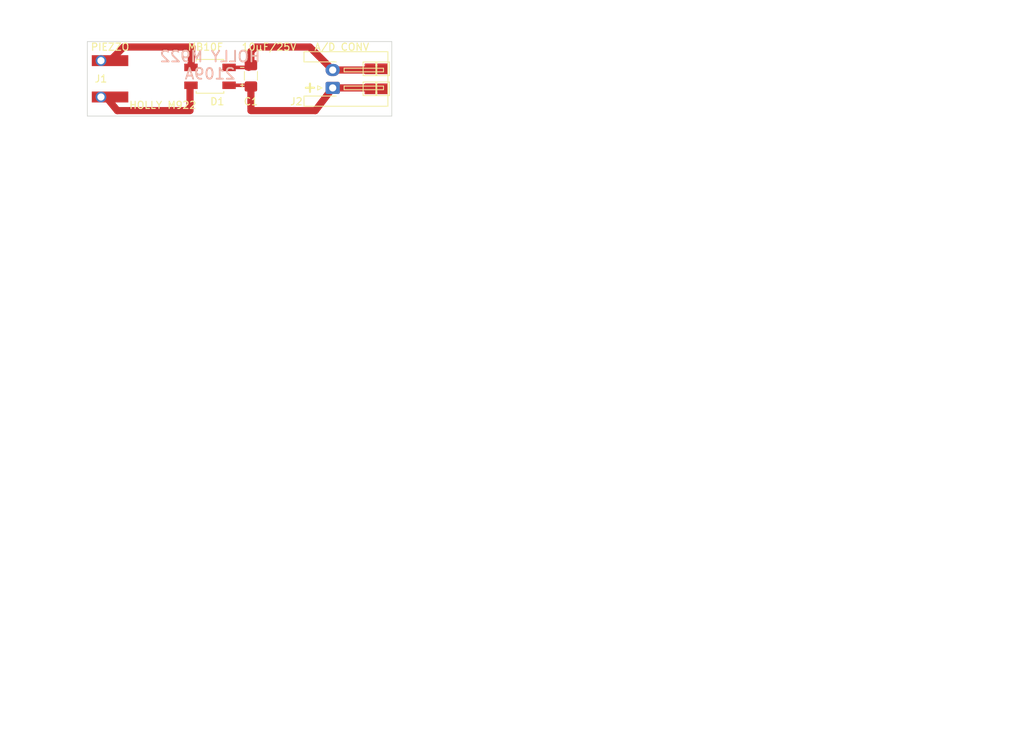
<source format=kicad_pcb>
(kicad_pcb (version 20171130) (host pcbnew 5.1.6-c6e7f7d~87~ubuntu18.04.1)

  (general
    (thickness 1.6)
    (drawings 9)
    (tracks 22)
    (zones 0)
    (modules 13)
    (nets 5)
  )

  (page A4)
  (layers
    (0 F.Cu signal)
    (31 B.Cu signal)
    (32 B.Adhes user hide)
    (33 F.Adhes user hide)
    (34 B.Paste user)
    (35 F.Paste user)
    (36 B.SilkS user)
    (37 F.SilkS user)
    (38 B.Mask user)
    (39 F.Mask user)
    (40 Dwgs.User user)
    (41 Cmts.User user)
    (42 Eco1.User user)
    (43 Eco2.User user)
    (44 Edge.Cuts user)
    (45 Margin user hide)
    (46 B.CrtYd user hide)
    (47 F.CrtYd user hide)
    (48 B.Fab user)
    (49 F.Fab user)
  )

  (setup
    (last_trace_width 0.25)
    (user_trace_width 0.5)
    (user_trace_width 1)
    (trace_clearance 0.2)
    (zone_clearance 0.508)
    (zone_45_only no)
    (trace_min 0.2)
    (via_size 0.8)
    (via_drill 0.4)
    (via_min_size 0.4)
    (via_min_drill 0.3)
    (uvia_size 0.3)
    (uvia_drill 0.1)
    (uvias_allowed no)
    (uvia_min_size 0.2)
    (uvia_min_drill 0.1)
    (edge_width 0.1)
    (segment_width 0.2)
    (pcb_text_width 0.3)
    (pcb_text_size 1.5 1.5)
    (mod_edge_width 0.15)
    (mod_text_size 1 1)
    (mod_text_width 0.15)
    (pad_size 1.5 1.5)
    (pad_drill 1)
    (pad_to_mask_clearance 0)
    (aux_axis_origin 0 0)
    (visible_elements FFFFF77F)
    (pcbplotparams
      (layerselection 0x010fc_ffffffff)
      (usegerberextensions false)
      (usegerberattributes true)
      (usegerberadvancedattributes true)
      (creategerberjobfile true)
      (excludeedgelayer true)
      (linewidth 0.100000)
      (plotframeref false)
      (viasonmask false)
      (mode 1)
      (useauxorigin false)
      (hpglpennumber 1)
      (hpglpenspeed 20)
      (hpglpendiameter 15.000000)
      (psnegative false)
      (psa4output false)
      (plotreference true)
      (plotvalue true)
      (plotinvisibletext false)
      (padsonsilk false)
      (subtractmaskfromsilk false)
      (outputformat 1)
      (mirror false)
      (drillshape 0)
      (scaleselection 1)
      (outputdirectory "CAMOUT/"))
  )

  (net 0 "")
  (net 1 "Net-(C1-Pad1)")
  (net 2 "Net-(D1-Pad2)")
  (net 3 "Net-(D1-Pad4)")
  (net 4 "Net-(C1-Pad2)")

  (net_class Default "This is the default net class."
    (clearance 0.2)
    (trace_width 0.25)
    (via_dia 0.8)
    (via_drill 0.4)
    (uvia_dia 0.3)
    (uvia_drill 0.1)
    (add_net "Net-(C1-Pad1)")
    (add_net "Net-(C1-Pad2)")
    (add_net "Net-(D1-Pad2)")
    (add_net "Net-(D1-Pad4)")
  )

  (module TestPoint:TestPoint_Pad_1.5x1.5mm (layer F.Cu) (tedit 6146BA67) (tstamp 6146BD8B)
    (at 151.892 84.328)
    (descr "SMD rectangular pad as test Point, square 1.5mm side length")
    (tags "test point SMD pad rectangle square")
    (attr virtual)
    (fp_text reference REF** (at 0 -1.648) (layer F.SilkS) hide
      (effects (font (size 1 1) (thickness 0.15)))
    )
    (fp_text value TestPoint_Pad_1.5x1.5mm (at 0 1.75) (layer F.Fab) hide
      (effects (font (size 1 1) (thickness 0.15)))
    )
    (fp_text user %R (at 0 -1.65) (layer F.Fab) hide
      (effects (font (size 1 1) (thickness 0.15)))
    )
    (fp_line (start -0.95 -0.95) (end 0.95 -0.95) (layer F.SilkS) (width 0.12))
    (fp_line (start 0.95 -0.95) (end 0.95 0.95) (layer F.SilkS) (width 0.12))
    (fp_line (start 0.95 0.95) (end -0.95 0.95) (layer F.SilkS) (width 0.12))
    (fp_line (start -0.95 0.95) (end -0.95 -0.95) (layer F.SilkS) (width 0.12))
    (fp_line (start -1.25 -1.25) (end 1.25 -1.25) (layer F.CrtYd) (width 0.05))
    (fp_line (start -1.25 -1.25) (end -1.25 1.25) (layer F.CrtYd) (width 0.05))
    (fp_line (start 1.25 1.25) (end 1.25 -1.25) (layer F.CrtYd) (width 0.05))
    (fp_line (start 1.25 1.25) (end -1.25 1.25) (layer F.CrtYd) (width 0.05))
    (pad 1 smd rect (at 0 0) (size 1.5 1.5) (layers F.Cu F.Mask)
      (net 4 "Net-(C1-Pad2)"))
  )

  (module TestPoint:TestPoint_Pad_1.5x1.5mm (layer F.Cu) (tedit 6146BA6F) (tstamp 6146BD63)
    (at 153.67 84.328)
    (descr "SMD rectangular pad as test Point, square 1.5mm side length")
    (tags "test point SMD pad rectangle square")
    (attr virtual)
    (fp_text reference REF** (at 0 -1.648) (layer F.SilkS) hide
      (effects (font (size 1 1) (thickness 0.15)))
    )
    (fp_text value TestPoint_Pad_1.5x1.5mm (at 0 1.75) (layer F.Fab) hide
      (effects (font (size 1 1) (thickness 0.15)))
    )
    (fp_text user %R (at 0 -1.65) (layer F.Fab) hide
      (effects (font (size 1 1) (thickness 0.15)))
    )
    (fp_line (start -0.95 -0.95) (end 0.95 -0.95) (layer F.SilkS) (width 0.12))
    (fp_line (start 0.95 -0.95) (end 0.95 0.95) (layer F.SilkS) (width 0.12))
    (fp_line (start 0.95 0.95) (end -0.95 0.95) (layer F.SilkS) (width 0.12))
    (fp_line (start -0.95 0.95) (end -0.95 -0.95) (layer F.SilkS) (width 0.12))
    (fp_line (start -1.25 -1.25) (end 1.25 -1.25) (layer F.CrtYd) (width 0.05))
    (fp_line (start -1.25 -1.25) (end -1.25 1.25) (layer F.CrtYd) (width 0.05))
    (fp_line (start 1.25 1.25) (end 1.25 -1.25) (layer F.CrtYd) (width 0.05))
    (fp_line (start 1.25 1.25) (end -1.25 1.25) (layer F.CrtYd) (width 0.05))
    (pad 1 smd rect (at 0 0) (size 1.5 1.5) (layers F.Cu F.Mask)
      (net 4 "Net-(C1-Pad2)"))
  )

  (module TestPoint:TestPoint_Pad_1.5x1.5mm (layer F.Cu) (tedit 6146BA5A) (tstamp 6146BD3B)
    (at 153.67 87.122)
    (descr "SMD rectangular pad as test Point, square 1.5mm side length")
    (tags "test point SMD pad rectangle square")
    (attr virtual)
    (fp_text reference REF** (at 0 -1.648) (layer F.SilkS) hide
      (effects (font (size 1 1) (thickness 0.15)))
    )
    (fp_text value TestPoint_Pad_1.5x1.5mm (at 0 1.75) (layer F.Fab) hide
      (effects (font (size 1 1) (thickness 0.15)))
    )
    (fp_text user %R (at 0 -1.65) (layer F.Fab) hide
      (effects (font (size 1 1) (thickness 0.15)))
    )
    (fp_line (start -0.95 -0.95) (end 0.95 -0.95) (layer F.SilkS) (width 0.12))
    (fp_line (start 0.95 -0.95) (end 0.95 0.95) (layer F.SilkS) (width 0.12))
    (fp_line (start 0.95 0.95) (end -0.95 0.95) (layer F.SilkS) (width 0.12))
    (fp_line (start -0.95 0.95) (end -0.95 -0.95) (layer F.SilkS) (width 0.12))
    (fp_line (start -1.25 -1.25) (end 1.25 -1.25) (layer F.CrtYd) (width 0.05))
    (fp_line (start -1.25 -1.25) (end -1.25 1.25) (layer F.CrtYd) (width 0.05))
    (fp_line (start 1.25 1.25) (end 1.25 -1.25) (layer F.CrtYd) (width 0.05))
    (fp_line (start 1.25 1.25) (end -1.25 1.25) (layer F.CrtYd) (width 0.05))
    (pad 1 smd rect (at 0 0) (size 1.5 1.5) (layers F.Cu F.Mask)
      (net 1 "Net-(C1-Pad1)"))
  )

  (module TestPoint:TestPoint_Pad_1.5x1.5mm (layer F.Cu) (tedit 6146BA53) (tstamp 6146BD13)
    (at 151.892 87.122)
    (descr "SMD rectangular pad as test Point, square 1.5mm side length")
    (tags "test point SMD pad rectangle square")
    (attr virtual)
    (fp_text reference TP1 (at 0 -1.648) (layer F.SilkS) hide
      (effects (font (size 1 1) (thickness 0.15)))
    )
    (fp_text value TestPoint_Pad_1.5x1.5mm (at 0 1.75) (layer F.Fab) hide
      (effects (font (size 1 1) (thickness 0.15)))
    )
    (fp_text user %R (at 0 -1.65) (layer F.Fab) hide
      (effects (font (size 1 1) (thickness 0.15)))
    )
    (fp_line (start -0.95 -0.95) (end 0.95 -0.95) (layer F.SilkS) (width 0.12))
    (fp_line (start 0.95 -0.95) (end 0.95 0.95) (layer F.SilkS) (width 0.12))
    (fp_line (start 0.95 0.95) (end -0.95 0.95) (layer F.SilkS) (width 0.12))
    (fp_line (start -0.95 0.95) (end -0.95 -0.95) (layer F.SilkS) (width 0.12))
    (fp_line (start -1.25 -1.25) (end 1.25 -1.25) (layer F.CrtYd) (width 0.05))
    (fp_line (start -1.25 -1.25) (end -1.25 1.25) (layer F.CrtYd) (width 0.05))
    (fp_line (start 1.25 1.25) (end 1.25 -1.25) (layer F.CrtYd) (width 0.05))
    (fp_line (start 1.25 1.25) (end -1.25 1.25) (layer F.CrtYd) (width 0.05))
    (pad 1 smd rect (at 0 0) (size 1.5 1.5) (layers F.Cu F.Mask)
      (net 1 "Net-(C1-Pad1)"))
  )

  (module "" (layer F.Cu) (tedit 0) (tstamp 61423EC4)
    (at 122.682 88.646)
    (fp_text reference "" (at 113.03 83.185) (layer F.SilkS)
      (effects (font (size 1.27 1.27) (thickness 0.15)))
    )
    (fp_text value "" (at 113.03 83.185) (layer F.SilkS)
      (effects (font (size 1.27 1.27) (thickness 0.15)))
    )
    (fp_text user "HOLLY M922" (at 0.254 0.762 180) (layer F.SilkS)
      (effects (font (size 1 1) (thickness 0.15)))
    )
  )

  (module "" (layer F.Cu) (tedit 0) (tstamp 0)
    (at 130.048 89.154)
    (fp_text reference "" (at 113.03 83.185) (layer F.SilkS)
      (effects (font (size 1.27 1.27) (thickness 0.15)))
    )
    (fp_text value "" (at 113.03 83.185) (layer F.SilkS)
      (effects (font (size 1.27 1.27) (thickness 0.15)))
    )
  )

  (module "" (layer F.Cu) (tedit 0) (tstamp 0)
    (at 120.65 96.52)
    (fp_text reference "" (at 113.03 83.185) (layer F.SilkS)
      (effects (font (size 1.27 1.27) (thickness 0.15)))
    )
    (fp_text value "" (at 113.03 83.185) (layer F.SilkS)
      (effects (font (size 1.27 1.27) (thickness 0.15)))
    )
  )

  (module HOLLY:LDT0-028K_MID (layer F.Cu) (tedit 6146C537) (tstamp 61422BD4)
    (at 113.03 83.185)
    (path /614201F5)
    (fp_text reference J1 (at 1.27 2.54) (layer F.SilkS)
      (effects (font (size 1 1) (thickness 0.15)))
    )
    (fp_text value PIEZZO (at 2.54 -1.905) (layer F.SilkS)
      (effects (font (size 1 1) (thickness 0.15)))
    )
    (pad 1 smd custom (at 2.54 0) (size 5.1 1.524) (layers F.Cu F.Paste F.Mask)
      (net 3 "Net-(D1-Pad4)") (zone_connect 0)
      (options (clearance outline) (anchor rect))
      (primitives
      ))
    (pad 2 smd custom (at 2.54 5.08) (size 5.1 1.524) (layers F.Cu F.Paste F.Mask)
      (net 2 "Net-(D1-Pad2)") (zone_connect 0)
      (options (clearance outline) (anchor rect))
      (primitives
      ))
    (pad 1 thru_hole circle (at 1.27 0) (size 1.5 1.5) (drill 1) (layers *.Cu *.Mask)
      (net 3 "Net-(D1-Pad4)") (zone_connect 0))
    (pad 2 thru_hole circle (at 1.27 5.08) (size 1.5 1.5) (drill 1) (layers *.Cu *.Mask)
      (net 2 "Net-(D1-Pad2)") (zone_connect 0))
  )

  (module MountingHole:MountingHole_2.7mm (layer F.Cu) (tedit 56D1B4CB) (tstamp 61423794)
    (at 121.92 85.725)
    (descr "Mounting Hole 2.7mm, no annular")
    (tags "mounting hole 2.7mm no annular")
    (attr virtual)
    (fp_text reference REF** (at 0 -3.7) (layer F.SilkS) hide
      (effects (font (size 1 1) (thickness 0.15)))
    )
    (fp_text value MountingHole_2.7mm (at 0 6.35) (layer F.Fab) hide
      (effects (font (size 1 1) (thickness 0.15)))
    )
    (fp_circle (center 0 0) (end 2.7 0) (layer Cmts.User) (width 0.15))
    (fp_circle (center 0 0) (end 2.95 0) (layer F.CrtYd) (width 0.05))
    (fp_text user %R (at 0.3 0) (layer F.Fab)
      (effects (font (size 1 1) (thickness 0.15)))
    )
    (pad 1 np_thru_hole circle (at 0 0) (size 2.7 2.7) (drill 2.7) (layers *.Cu *.Mask))
  )

  (module MountingHole:MountingHole_2.7mm (layer F.Cu) (tedit 56D1B4CB) (tstamp 6142377E)
    (at 139.7 85.725)
    (descr "Mounting Hole 2.7mm, no annular")
    (tags "mounting hole 2.7mm no annular")
    (attr virtual)
    (fp_text reference REF** (at 0 -3.7) (layer F.SilkS) hide
      (effects (font (size 1 1) (thickness 0.15)))
    )
    (fp_text value MountingHole_2.7mm (at 0 6.35) (layer F.Fab) hide
      (effects (font (size 1 1) (thickness 0.15)))
    )
    (fp_circle (center 0 0) (end 2.7 0) (layer Cmts.User) (width 0.15))
    (fp_circle (center 0 0) (end 2.95 0) (layer F.CrtYd) (width 0.05))
    (fp_text user %R (at 0.3 0) (layer F.Fab)
      (effects (font (size 1 1) (thickness 0.15)))
    )
    (pad 1 np_thru_hole circle (at 0 0) (size 2.7 2.7) (drill 2.7) (layers *.Cu *.Mask))
  )

  (module Capacitor_SMD:C_1206_3216Metric_Pad1.42x1.75mm_HandSolder (layer F.Cu) (tedit 5B301BBE) (tstamp 6141FE60)
    (at 135.255 85.3075 90)
    (descr "Capacitor SMD 1206 (3216 Metric), square (rectangular) end terminal, IPC_7351 nominal with elongated pad for handsoldering. (Body size source: http://www.tortai-tech.com/upload/download/2011102023233369053.pdf), generated with kicad-footprint-generator")
    (tags "capacitor handsolder")
    (path /61417F6F)
    (attr smd)
    (fp_text reference C1 (at -3.5925 0 180) (layer F.SilkS)
      (effects (font (size 1 1) (thickness 0.15)))
    )
    (fp_text value 10μF/25V (at 4.0275 2.54 180) (layer F.SilkS)
      (effects (font (size 1 1) (thickness 0.15)))
    )
    (fp_line (start 2.45 1.12) (end -2.45 1.12) (layer F.CrtYd) (width 0.05))
    (fp_line (start 2.45 -1.12) (end 2.45 1.12) (layer F.CrtYd) (width 0.05))
    (fp_line (start -2.45 -1.12) (end 2.45 -1.12) (layer F.CrtYd) (width 0.05))
    (fp_line (start -2.45 1.12) (end -2.45 -1.12) (layer F.CrtYd) (width 0.05))
    (fp_line (start -0.602064 0.91) (end 0.602064 0.91) (layer F.SilkS) (width 0.12))
    (fp_line (start -0.602064 -0.91) (end 0.602064 -0.91) (layer F.SilkS) (width 0.12))
    (fp_line (start 1.6 0.8) (end -1.6 0.8) (layer F.Fab) (width 0.1))
    (fp_line (start 1.6 -0.8) (end 1.6 0.8) (layer F.Fab) (width 0.1))
    (fp_line (start -1.6 -0.8) (end 1.6 -0.8) (layer F.Fab) (width 0.1))
    (fp_line (start -1.6 0.8) (end -1.6 -0.8) (layer F.Fab) (width 0.1))
    (fp_text user %R (at 0 0 90) (layer F.Fab)
      (effects (font (size 0.8 0.8) (thickness 0.12)))
    )
    (pad 1 smd roundrect (at -1.4875 0 90) (size 1.425 1.75) (layers F.Cu F.Paste F.Mask) (roundrect_rratio 0.175439)
      (net 1 "Net-(C1-Pad1)"))
    (pad 2 smd roundrect (at 1.4875 0 90) (size 1.425 1.75) (layers F.Cu F.Paste F.Mask) (roundrect_rratio 0.175439)
      (net 4 "Net-(C1-Pad2)"))
    (model ${KISYS3DMOD}/Capacitor_SMD.3dshapes/C_1206_3216Metric.wrl
      (at (xyz 0 0 0))
      (scale (xyz 1 1 1))
      (rotate (xyz 0 0 0))
    )
  )

  (module DIOB_MB10F-13 (layer F.Cu) (tedit 61429BA5) (tstamp 6141FE7C)
    (at 129.54 85.378001 180)
    (path /6140E5CA)
    (fp_text reference D1 (at -1.016 -3.521999) (layer F.SilkS)
      (effects (font (size 1 1) (thickness 0.15)))
    )
    (fp_text value MB10F (at 0.635 4.098001) (layer F.SilkS)
      (effects (font (size 1 1) (thickness 0.15)))
    )
    (fp_line (start 1.925 2.3625) (end 1.925 2.095) (layer F.SilkS) (width 0.127))
    (fp_line (start -1.925 2.3625) (end 1.925 2.3625) (layer F.SilkS) (width 0.127))
    (fp_line (start -1.925 2.095) (end -1.925 2.3625) (layer F.SilkS) (width 0.127))
    (fp_line (start -4.75 1.25) (end -4.25 1.25) (layer F.Fab) (width 0.127))
    (fp_line (start -4.75 1.25) (end -4.25 1.25) (layer F.SilkS) (width 0.127))
    (fp_line (start -4.75 -1.25) (end -4.25 -1.25) (layer F.Fab) (width 0.127))
    (fp_line (start -4.5 -1.5) (end -4.5 -1) (layer F.Fab) (width 0.127))
    (fp_line (start -4.75 -1.25) (end -4.25 -1.25) (layer F.SilkS) (width 0.127))
    (fp_line (start -4.5 -1.5) (end -4.5 -1) (layer F.SilkS) (width 0.127))
    (fp_line (start -3.85 2.6125) (end -3.85 -2.6125) (layer F.CrtYd) (width 0.05))
    (fp_line (start 3.85 2.6125) (end 3.85 -2.6125) (layer F.CrtYd) (width 0.05))
    (fp_line (start 3.85 -2.6125) (end -3.85 -2.6125) (layer F.CrtYd) (width 0.05))
    (fp_line (start 3.85 2.6125) (end -3.85 2.6125) (layer F.CrtYd) (width 0.05))
    (fp_line (start -1.925 2.3625) (end -1.925 -2.3625) (layer F.Fab) (width 0.127))
    (fp_line (start 1.925 2.3625) (end 1.925 -2.3625) (layer F.Fab) (width 0.127))
    (fp_line (start -1.925 -2.3625) (end -1.925 -2.095) (layer F.SilkS) (width 0.127))
    (fp_line (start 1.925 -2.3625) (end -1.925 -2.3625) (layer F.SilkS) (width 0.127))
    (fp_line (start 1.925 -2.095) (end 1.925 -2.3625) (layer F.SilkS) (width 0.127))
    (fp_line (start 1.925 -2.3625) (end -1.925 -2.3625) (layer F.Fab) (width 0.127))
    (fp_line (start 1.925 2.3625) (end -1.925 2.3625) (layer F.Fab) (width 0.127))
    (pad 4 smd rect (at 2.6625 1.25 180) (size 1.875 1.05) (layers F.Cu F.Paste F.Mask)
      (net 3 "Net-(D1-Pad4)"))
    (pad 2 smd rect (at 2.6625 -1.25 180) (size 1.875 1.05) (layers F.Cu F.Paste F.Mask)
      (net 2 "Net-(D1-Pad2)"))
    (pad 1 smd rect (at -2.6625 -1.25 180) (size 1.875 1.05) (layers F.Cu F.Paste F.Mask)
      (net 1 "Net-(C1-Pad1)"))
    (pad 3 smd rect (at -2.6625 1.25 180) (size 1.875 1.05) (layers F.Cu F.Paste F.Mask)
      (net 4 "Net-(C1-Pad2)"))
    (model /home/horimoto/work/KiCAD/holly3d/MB10F-13/3D/MB10F-13.wrl
      (at (xyz 0 0 0))
      (scale (xyz 1 1 1))
      (rotate (xyz 0 0 0))
    )
  )

  (module Connector_JST:JST_XH_S2B-XH-A-1_1x02_P2.50mm_Horizontal (layer F.Cu) (tedit 5C281476) (tstamp 614234A1)
    (at 146.685 86.995 90)
    (descr "JST XH series connector, S2B-XH-A-1 (http://www.jst-mfg.com/product/pdf/eng/eXH.pdf), generated with kicad-footprint-generator")
    (tags "connector JST XH horizontal")
    (path /6142146B)
    (fp_text reference J2 (at -1.905 -5.08 180) (layer F.SilkS)
      (effects (font (size 1 1) (thickness 0.15)))
    )
    (fp_text value "A/D CONV" (at 5.715 1.27 180) (layer F.SilkS)
      (effects (font (size 1 1) (thickness 0.15)))
    )
    (fp_line (start 0 -0.4) (end 0.625 0.6) (layer F.Fab) (width 0.1))
    (fp_line (start -0.625 0.6) (end 0 -0.4) (layer F.Fab) (width 0.1))
    (fp_line (start 0.3 -2.1) (end 0 -1.5) (layer F.SilkS) (width 0.12))
    (fp_line (start -0.3 -2.1) (end 0.3 -2.1) (layer F.SilkS) (width 0.12))
    (fp_line (start 0 -1.5) (end -0.3 -2.1) (layer F.SilkS) (width 0.12))
    (fp_line (start 2.75 1.6) (end 2.25 1.6) (layer F.SilkS) (width 0.12))
    (fp_line (start 2.75 7.1) (end 2.75 1.6) (layer F.SilkS) (width 0.12))
    (fp_line (start 2.25 7.1) (end 2.75 7.1) (layer F.SilkS) (width 0.12))
    (fp_line (start 2.25 1.6) (end 2.25 7.1) (layer F.SilkS) (width 0.12))
    (fp_line (start 0.25 1.6) (end -0.25 1.6) (layer F.SilkS) (width 0.12))
    (fp_line (start 0.25 7.1) (end 0.25 1.6) (layer F.SilkS) (width 0.12))
    (fp_line (start -0.25 7.1) (end 0.25 7.1) (layer F.SilkS) (width 0.12))
    (fp_line (start -0.25 1.6) (end -0.25 7.1) (layer F.SilkS) (width 0.12))
    (fp_line (start 3.75 0.6) (end 1.25 0.6) (layer F.Fab) (width 0.1))
    (fp_line (start 3.75 -3.9) (end 3.75 0.6) (layer F.Fab) (width 0.1))
    (fp_line (start 4.95 -3.9) (end 3.75 -3.9) (layer F.Fab) (width 0.1))
    (fp_line (start 4.95 7.6) (end 4.95 -3.9) (layer F.Fab) (width 0.1))
    (fp_line (start 1.25 7.6) (end 4.95 7.6) (layer F.Fab) (width 0.1))
    (fp_line (start -1.25 0.6) (end 1.25 0.6) (layer F.Fab) (width 0.1))
    (fp_line (start -1.25 -3.9) (end -1.25 0.6) (layer F.Fab) (width 0.1))
    (fp_line (start -2.45 -3.9) (end -1.25 -3.9) (layer F.Fab) (width 0.1))
    (fp_line (start -2.45 7.6) (end -2.45 -3.9) (layer F.Fab) (width 0.1))
    (fp_line (start 1.25 7.6) (end -2.45 7.6) (layer F.Fab) (width 0.1))
    (fp_line (start 3.64 -4.01) (end 3.64 0.49) (layer F.SilkS) (width 0.12))
    (fp_line (start 5.06 -4.01) (end 3.64 -4.01) (layer F.SilkS) (width 0.12))
    (fp_line (start 5.06 7.71) (end 5.06 -4.01) (layer F.SilkS) (width 0.12))
    (fp_line (start 1.25 7.71) (end 5.06 7.71) (layer F.SilkS) (width 0.12))
    (fp_line (start -1.14 -4.01) (end -1.14 0.49) (layer F.SilkS) (width 0.12))
    (fp_line (start -2.56 -4.01) (end -1.14 -4.01) (layer F.SilkS) (width 0.12))
    (fp_line (start -2.56 7.71) (end -2.56 -4.01) (layer F.SilkS) (width 0.12))
    (fp_line (start 1.25 7.71) (end -2.56 7.71) (layer F.SilkS) (width 0.12))
    (fp_line (start 5.45 -4.4) (end -2.95 -4.4) (layer F.CrtYd) (width 0.05))
    (fp_line (start 5.45 8.1) (end 5.45 -4.4) (layer F.CrtYd) (width 0.05))
    (fp_line (start -2.95 8.1) (end 5.45 8.1) (layer F.CrtYd) (width 0.05))
    (fp_line (start -2.95 -4.4) (end -2.95 8.1) (layer F.CrtYd) (width 0.05))
    (fp_text user %R (at 1.25 1.85 90) (layer F.Fab) hide
      (effects (font (size 1 1) (thickness 0.15)))
    )
    (pad 1 thru_hole roundrect (at 0 0 90) (size 1.7 2) (drill 1) (layers *.Cu *.Mask) (roundrect_rratio 0.147059)
      (net 1 "Net-(C1-Pad1)"))
    (pad 2 thru_hole oval (at 2.5 0 90) (size 1.7 2) (drill 1) (layers *.Cu *.Mask)
      (net 4 "Net-(C1-Pad2)"))
    (model ${KISYS3DMOD}/Connector_JST.3dshapes/JST_XH_S2B-XH-A-1_1x02_P2.50mm_Horizontal.wrl
      (at (xyz 0 0 0))
      (scale (xyz 1 1 1))
      (rotate (xyz 0 0 0))
    )
  )

  (dimension 42.545 (width 0.15) (layer Dwgs.User)
    (gr_text "42.545 mm" (at 133.6675 75.408) (layer Dwgs.User)
      (effects (font (size 1 1) (thickness 0.15)))
    )
    (feature1 (pts (xy 154.94 80.518) (xy 154.94 76.121579)))
    (feature2 (pts (xy 112.395 80.518) (xy 112.395 76.121579)))
    (crossbar (pts (xy 112.395 76.708) (xy 154.94 76.708)))
    (arrow1a (pts (xy 154.94 76.708) (xy 153.813496 77.294421)))
    (arrow1b (pts (xy 154.94 76.708) (xy 153.813496 76.121579)))
    (arrow2a (pts (xy 112.395 76.708) (xy 113.521504 77.294421)))
    (arrow2b (pts (xy 112.395 76.708) (xy 113.521504 76.121579)))
  )
  (dimension 5.207 (width 0.15) (layer Dwgs.User)
    (gr_text "5.207 mm" (at 108.174 83.1215 90) (layer Dwgs.User)
      (effects (font (size 1 1) (thickness 0.15)))
    )
    (feature1 (pts (xy 121.92 80.518) (xy 108.887579 80.518)))
    (feature2 (pts (xy 121.92 85.725) (xy 108.887579 85.725)))
    (crossbar (pts (xy 109.474 85.725) (xy 109.474 80.518)))
    (arrow1a (pts (xy 109.474 80.518) (xy 110.060421 81.644504)))
    (arrow1b (pts (xy 109.474 80.518) (xy 108.887579 81.644504)))
    (arrow2a (pts (xy 109.474 85.725) (xy 110.060421 84.598496)))
    (arrow2b (pts (xy 109.474 85.725) (xy 108.887579 84.598496)))
  )
  (dimension 5.207 (width 0.15) (layer Dwgs.User)
    (gr_text "5.207 mm" (at 103.856 88.3285 270) (layer Dwgs.User)
      (effects (font (size 1 1) (thickness 0.15)))
    )
    (feature1 (pts (xy 121.92 90.932) (xy 104.569579 90.932)))
    (feature2 (pts (xy 121.92 85.725) (xy 104.569579 85.725)))
    (crossbar (pts (xy 105.156 85.725) (xy 105.156 90.932)))
    (arrow1a (pts (xy 105.156 90.932) (xy 104.569579 89.805496)))
    (arrow1b (pts (xy 105.156 90.932) (xy 105.742421 89.805496)))
    (arrow2a (pts (xy 105.156 85.725) (xy 104.569579 86.851504)))
    (arrow2b (pts (xy 105.156 85.725) (xy 105.742421 86.851504)))
  )
  (gr_text + (at 143.51 86.868) (layer F.SilkS)
    (effects (font (size 1.5 1.5) (thickness 0.3)))
  )
  (gr_text "HOLLY M922\n2109A" (at 129.54 83.82) (layer B.SilkS)
    (effects (font (size 1.5 1.5) (thickness 0.25)) (justify mirror))
  )
  (gr_line (start 154.94 80.518) (end 154.94 90.932) (layer Edge.Cuts) (width 0.1))
  (gr_line (start 112.395 80.518) (end 154.94 80.518) (layer Edge.Cuts) (width 0.1))
  (gr_line (start 112.395 90.932) (end 112.395 80.518) (layer Edge.Cuts) (width 0.1))
  (gr_line (start 154.94 90.932) (end 112.395 90.932) (layer Edge.Cuts) (width 0.1))

  (segment (start 135.088001 86.628001) (end 135.255 86.795) (width 1) (layer F.Cu) (net 1))
  (segment (start 132.2025 86.628001) (end 135.088001 86.628001) (width 0.5) (layer F.Cu) (net 1))
  (segment (start 135.255 90.17) (end 144.26001 90.17) (width 1) (layer F.Cu) (net 1))
  (segment (start 135.255 86.795) (end 135.255 89.916) (width 1) (layer F.Cu) (net 1))
  (segment (start 144.26001 90.17) (end 146.685 86.995) (width 1) (layer F.Cu) (net 1))
  (segment (start 153.543 86.995) (end 153.67 87.122) (width 1) (layer F.Cu) (net 1))
  (segment (start 146.685 86.995) (end 153.543 86.995) (width 1) (layer F.Cu) (net 1))
  (segment (start 126.746 86.759501) (end 126.8775 86.628001) (width 1) (layer F.Cu) (net 2))
  (segment (start 126.746 89.916) (end 126.746 86.759501) (width 1) (layer F.Cu) (net 2))
  (segment (start 116.586 90.17) (end 126.746 90.17) (width 1) (layer F.Cu) (net 2))
  (segment (start 115.43101 88.76101) (end 116.586 90.17) (width 1) (layer F.Cu) (net 2))
  (segment (start 127 81.28) (end 126.8775 84.128001) (width 1) (layer F.Cu) (net 3))
  (segment (start 117.475 81.28) (end 127 81.28) (width 1) (layer F.Cu) (net 3))
  (segment (start 115.57 83.185) (end 117.475 81.28) (width 1) (layer F.Cu) (net 3))
  (segment (start 134.946999 84.128001) (end 135.255 83.82) (width 1) (layer F.Cu) (net 4))
  (segment (start 132.2025 84.128001) (end 134.946999 84.128001) (width 0.5) (layer F.Cu) (net 4))
  (segment (start 135.255 83.82) (end 135.255 81.915) (width 1) (layer F.Cu) (net 4))
  (segment (start 135.255 81.915) (end 135.89 81.28) (width 1) (layer F.Cu) (net 4))
  (segment (start 143.47 81.28) (end 146.685 84.495) (width 1) (layer F.Cu) (net 4))
  (segment (start 135.89 81.28) (end 143.47 81.28) (width 1) (layer F.Cu) (net 4))
  (segment (start 153.503 84.495) (end 153.67 84.328) (width 1) (layer F.Cu) (net 4))
  (segment (start 146.685 84.495) (end 153.503 84.495) (width 1) (layer F.Cu) (net 4))

)

</source>
